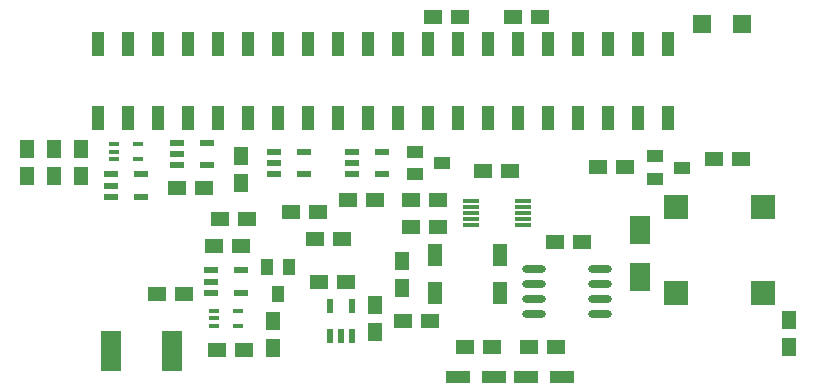
<source format=gtp>
*%FSLAX23Y23*%
*%MOIN*%
G01*
%ADD11C,0.000*%
%ADD12C,0.001*%
%ADD13C,0.002*%
%ADD14C,0.004*%
%ADD15C,0.005*%
%ADD16C,0.006*%
%ADD17C,0.007*%
%ADD18C,0.007*%
%ADD19C,0.008*%
%ADD20C,0.010*%
%ADD21C,0.012*%
%ADD22C,0.015*%
%ADD23C,0.024*%
%ADD24C,0.025*%
%ADD25C,0.028*%
%ADD26C,0.029*%
%ADD27C,0.032*%
%ADD28C,0.035*%
%ADD29C,0.039*%
%ADD30C,0.040*%
%ADD31C,0.043*%
%ADD32C,0.047*%
%ADD33C,0.047*%
%ADD34C,0.047*%
%ADD35C,0.048*%
%ADD36C,0.051*%
%ADD37C,0.051*%
%ADD38C,0.052*%
%ADD39C,0.060*%
%ADD40C,0.062*%
%ADD41C,0.064*%
%ADD42C,0.066*%
%ADD43C,0.067*%
%ADD44O,0.080X0.024*%
%ADD45O,0.084X0.028*%
%ADD46C,0.115*%
%ADD47C,0.135*%
%ADD48C,0.236*%
%ADD49C,0.240*%
%ADD50R,0.023X0.050*%
%ADD51R,0.027X0.054*%
%ADD52R,0.037X0.014*%
%ADD53R,0.039X0.055*%
%ADD54R,0.040X0.083*%
%ADD55R,0.041X0.018*%
%ADD56R,0.043X0.059*%
%ADD57R,0.044X0.087*%
%ADD58R,0.050X0.023*%
%ADD59R,0.050X0.060*%
%ADD60R,0.051X0.075*%
%ADD61R,0.054X0.027*%
%ADD62R,0.054X0.064*%
%ADD63R,0.055X0.039*%
%ADD64R,0.055X0.079*%
%ADD65R,0.057X0.012*%
%ADD66R,0.059X0.043*%
%ADD67R,0.060X0.050*%
%ADD68R,0.060X0.060*%
%ADD69R,0.061X0.016*%
%ADD70R,0.064X0.054*%
%ADD71R,0.064X0.064*%
%ADD72R,0.070X0.098*%
%ADD73R,0.070X0.138*%
%ADD74R,0.074X0.102*%
%ADD75R,0.074X0.142*%
%ADD76R,0.079X0.079*%
%ADD77R,0.080X0.040*%
%ADD78R,0.083X0.083*%
%ADD79R,0.084X0.044*%
D44*
X10508Y7826D02*
D03*
Y7776D02*
D03*
Y7726D02*
D03*
Y7676D02*
D03*
X10288D02*
D03*
Y7726D02*
D03*
Y7776D02*
D03*
Y7826D02*
D03*
D50*
X9608Y7601D02*
D03*
X9683D02*
D03*
X9645D02*
D03*
X9608Y7701D02*
D03*
X9683D02*
D03*
D52*
X8888Y8216D02*
D03*
Y8191D02*
D03*
X8968D02*
D03*
Y8241D02*
D03*
X8888D02*
D03*
X9223Y7661D02*
D03*
Y7636D02*
D03*
X9303D02*
D03*
Y7686D02*
D03*
X9223D02*
D03*
D53*
X9473Y7831D02*
D03*
X9398D02*
D03*
X9436Y7744D02*
D03*
D54*
X8836Y8330D02*
D03*
X8936D02*
D03*
X9036D02*
D03*
X9136D02*
D03*
X9236D02*
D03*
X9336D02*
D03*
X9436D02*
D03*
X9536D02*
D03*
X9636D02*
D03*
X9736D02*
D03*
X9836D02*
D03*
X9936D02*
D03*
X10036D02*
D03*
X10136D02*
D03*
X10236D02*
D03*
X10336D02*
D03*
X10436D02*
D03*
X10536D02*
D03*
X10636D02*
D03*
X10736D02*
D03*
X8835Y8575D02*
D03*
X8936D02*
D03*
X9036D02*
D03*
X9135D02*
D03*
X9236D02*
D03*
X9335D02*
D03*
X9436D02*
D03*
X9536D02*
D03*
X9635D02*
D03*
X9736D02*
D03*
X9836D02*
D03*
X9936D02*
D03*
X10036D02*
D03*
X10136D02*
D03*
X10236D02*
D03*
X10336D02*
D03*
X10436D02*
D03*
X10536D02*
D03*
X10636D02*
D03*
X10736D02*
D03*
D58*
X9523Y8141D02*
D03*
Y8216D02*
D03*
X9423Y8179D02*
D03*
Y8141D02*
D03*
Y8216D02*
D03*
X9783Y8141D02*
D03*
Y8216D02*
D03*
X9683Y8179D02*
D03*
Y8141D02*
D03*
Y8216D02*
D03*
X9313Y7746D02*
D03*
Y7821D02*
D03*
X9213Y7784D02*
D03*
Y7746D02*
D03*
Y7821D02*
D03*
X9198Y8171D02*
D03*
Y8246D02*
D03*
X9098Y8209D02*
D03*
Y8171D02*
D03*
Y8246D02*
D03*
X8978Y8066D02*
D03*
Y8141D02*
D03*
X8878Y8104D02*
D03*
Y8066D02*
D03*
Y8141D02*
D03*
D59*
X8598Y8226D02*
D03*
Y8136D02*
D03*
X8688Y8226D02*
D03*
Y8136D02*
D03*
X8778Y8226D02*
D03*
Y8136D02*
D03*
X11138Y7656D02*
D03*
Y7566D02*
D03*
X9758Y7706D02*
D03*
Y7616D02*
D03*
X9848Y7851D02*
D03*
Y7761D02*
D03*
X9418Y7651D02*
D03*
Y7561D02*
D03*
X9313Y8201D02*
D03*
Y8111D02*
D03*
D60*
X10176Y7872D02*
D03*
X9959Y7872D02*
D03*
Y7746D02*
D03*
X10176D02*
D03*
D63*
X10693Y8201D02*
D03*
Y8126D02*
D03*
X10780Y8164D02*
D03*
X9893Y8216D02*
D03*
Y8141D02*
D03*
X9980Y8179D02*
D03*
D65*
X10251Y8051D02*
D03*
Y8032D02*
D03*
Y8012D02*
D03*
Y7992D02*
D03*
Y7973D02*
D03*
X10078D02*
D03*
X10078Y7992D02*
D03*
Y8012D02*
D03*
X10078Y8032D02*
D03*
X10078Y8051D02*
D03*
D67*
X10593Y8166D02*
D03*
X10503D02*
D03*
X10218Y8666D02*
D03*
X10308D02*
D03*
X9953D02*
D03*
X10043D02*
D03*
X10148Y7566D02*
D03*
X10058D02*
D03*
X10363D02*
D03*
X10273D02*
D03*
X10978Y8191D02*
D03*
X10888D02*
D03*
X10448Y7916D02*
D03*
X10358D02*
D03*
X10208Y8151D02*
D03*
X10118D02*
D03*
X9573Y7781D02*
D03*
X9663D02*
D03*
X9943Y7651D02*
D03*
X9853D02*
D03*
X9968Y7966D02*
D03*
X9878D02*
D03*
X9968Y8056D02*
D03*
X9878D02*
D03*
X9758D02*
D03*
X9668D02*
D03*
X9478Y8016D02*
D03*
X9568D02*
D03*
X9648Y7926D02*
D03*
X9558D02*
D03*
X9323Y7556D02*
D03*
X9233D02*
D03*
X9313Y7901D02*
D03*
X9223D02*
D03*
X9333Y7991D02*
D03*
X9243D02*
D03*
X9188Y8096D02*
D03*
X9098D02*
D03*
X9123Y7741D02*
D03*
X9033D02*
D03*
D68*
X10848Y8641D02*
D03*
X10983D02*
D03*
D72*
X10643Y7799D02*
D03*
Y7956D02*
D03*
D73*
X9083Y7551D02*
D03*
X8878D02*
D03*
D76*
X11050Y7745D02*
D03*
X10763D02*
D03*
Y8033D02*
D03*
X11050Y8033D02*
D03*
D77*
X10155Y7467D02*
D03*
X10035D02*
D03*
X10383D02*
D03*
X10263D02*
D03*
M02*

</source>
